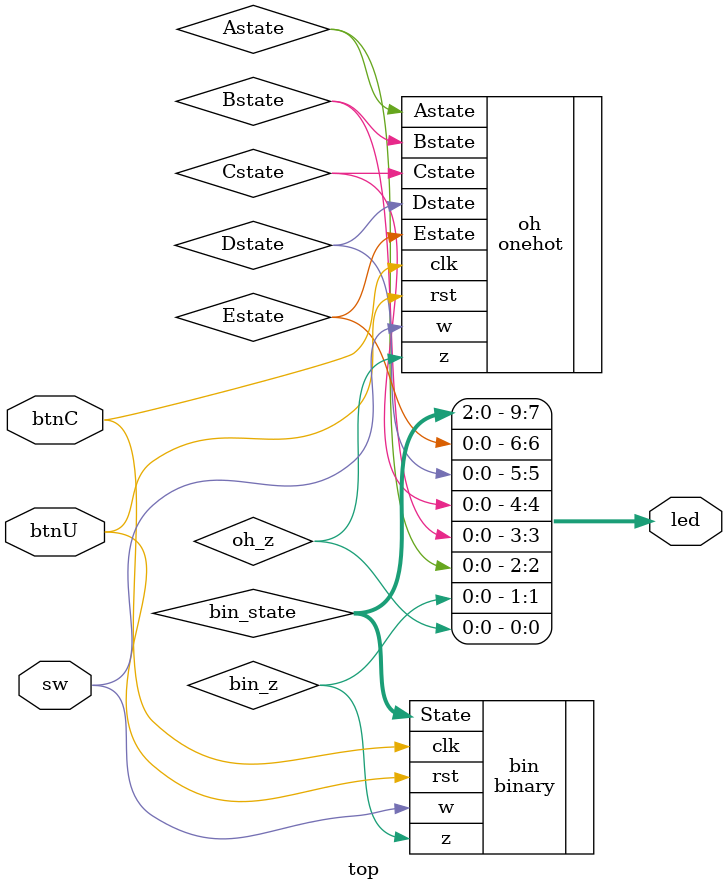
<source format=v>
module top(
    input sw,          // w
    output [9:0] led,  // see IO table
    input btnC,        // clk
    input btnU         // reset
);

    wire oh_z; // onehot z
    wire Astate, Bstate, Cstate, Dstate, Estate;

    wire bin_z;
    wire [2:0] bin_state;

    onehot oh(
        .w(sw),
        .clk(btnC),
        .rst(btnU),
        .z(oh_z),
        .Astate(Astate),
        .Bstate(Bstate),
        .Cstate(Cstate),
        .Dstate(Dstate),
        .Estate(Estate)
    );

    binary bin(
        .w(sw),
        .clk(btnC),
        .rst(btnU),
        .z(bin_z),
        .State(bin_state)
    );

    assign led[0] = oh_z;

    assign led[1] = bin_z;
    assign led[2] = Astate;
    assign led[3] = Bstate;
    assign led[4] = Cstate;
    assign led[5] = Dstate;
    assign led[6] = Estate;
    assign led[9:7] = bin_state;

endmodule
</source>
